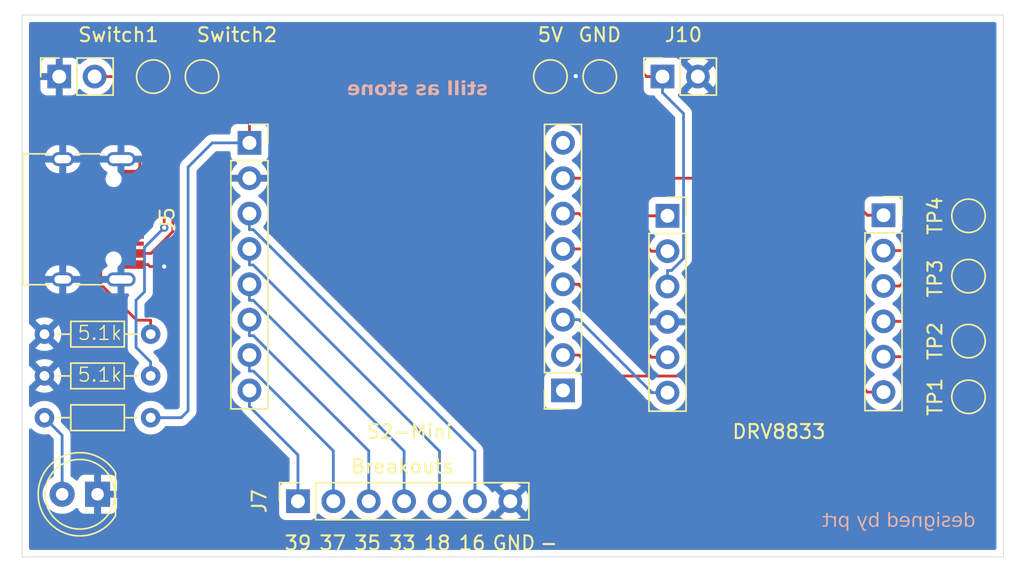
<source format=kicad_pcb>
(kicad_pcb (version 20241229) (generator "pcbnew") (generator_version "9.0")
  (layers (0 "F.Cu" signal) (2 "B.Cu" signal) (13 "F.Paste" user) (15 "B.Paste" user) (5 "F.SilkS" user "F.Silkscreen") (7 "B.SilkS" user "B.Silkscreen") (1 "F.Mask" user) (3 "B.Mask" user) (25 "Edge.Cuts" user))
  (net 0 "")
  (net 1 "Net-(J5-CC2)")
  (net 2 "Net-(J5-CC1)")
  (net 3 "Net-(D1-A)")
  (net 4 "Net-(J1-Pin_1)")
  (net 5 "Net-(J1-Pin_6)")
  (net 6 "Net-(J1-Pin_5)")
  (net 7 "Net-(J1-Pin_3)")
  (net 8 "Net-(J1-Pin_4)")
  (net 9 "Net-(J1-Pin_2)")
  (net 10 "Net-(J2-Pin_2)")
  (net 11 "Net-(J2-Pin_6)")
  (net 12 "Net-(J2-Pin_1)")
  (net 13 "Net-(J2-Pin_5)")
  (net 15 "Net-(J10-Pin_1)")
  (net 19 "Net-(J6-Pin_3)")
  (net 20 "Net-(J6-Pin_5)")
  (net 21 "Net-(J6-Pin_7)")
  (net 22 "Net-(J6-Pin_4)")
  (net 23 "Net-(J6-Pin_6)")
  (net 24 "Net-(J6-Pin_8)")
  (net 27 "/GND")
  (net 28 "/VBUS")
  (footprint "Connector_PinSocket_2.54mm:PinSocket_1x07_P2.54mm_Vertical" (layer "F.Cu") (at 80.38 70 90)
    (property "Reference" "J7" (at 0 -2.77 90) (layer "F.SilkS"))
    (property "Value" "Breakouts" (at 2.5 7.5 180) (layer "F.SilkS"))
    (fp_line (start 1.33 -1.33) (end 1.33 0) (stroke (width 0.12)) (layer "F.SilkS"))
    (fp_line (start 0 -1.33) (end 1.33 -1.33) (stroke (width 0.12)) (layer "F.SilkS"))
    (fp_line (start 1.33 1.27) (end 1.33 16.57) (stroke (width 0.12)) (layer "F.SilkS"))
    (fp_line (start -1.33 1.27) (end 1.33 1.27) (stroke (width 0.12)) (layer "F.SilkS"))
    (fp_line (start -1.33 1.27) (end -1.33 16.57) (stroke (width 0.12)) (layer "F.SilkS"))
    (fp_line (start -1.33 16.57) (end 1.33 16.57) (stroke (width 0.12)) (layer "F.SilkS"))
    (pad "1" thru_hole rect (at 0 0 90) (size 1.7 1.7) (drill 1) (layers "*.Cu" "*.Mask") (net 24 "Net-(J6-Pin_8)"))
    (pad "2" thru_hole circle (at 0 2.54 90) (size 1.7 1.7) (drill 1) (layers "*.Cu" "*.Mask") (net 21 "Net-(J6-Pin_7)"))
    (pad "3" thru_hole circle (at 0 5.08 90) (size 1.7 1.7) (drill 1) (layers "*.Cu" "*.Mask") (net 23 "Net-(J6-Pin_6)"))
    (pad "4" thru_hole circle (at 0 7.62 90) (size 1.7 1.7) (drill 1) (layers "*.Cu" "*.Mask") (net 20 "Net-(J6-Pin_5)"))
    (pad "5" thru_hole circle (at 0 10.16 90) (size 1.7 1.7) (drill 1) (layers "*.Cu" "*.Mask") (net 22 "Net-(J6-Pin_4)"))
    (pad "6" thru_hole circle (at 0 12.7 90) (size 1.7 1.7) (drill 1) (layers "*.Cu" "*.Mask") (net 19 "Net-(J6-Pin_3)"))
    (pad "7" thru_hole circle (at 0 15.24 90) (size 1.7 1.7) (drill 1) (layers "*.Cu" "*.Mask") (net 27 "/GND"))
  )
  (footprint "Resistor_THT:R_Axial_DIN0204_L3.6mm_D1.6mm_P7.62mm_Horizontal" (layer "F.Cu") (at 62.19 58)
    (property "Reference" "5.1k1" (hide yes))
    (property "Value" "R" (hide yes))
    (fp_line (start 0.94 0) (end 1.89 0) (stroke (width 0.12)) (layer "F.SilkS"))
    (fp_line (start 1.89 -0.92) (end 1.89 0.92) (stroke (width 0.12)) (layer "F.SilkS"))
    (fp_line (start 1.89 0.92) (end 5.73 0.92) (stroke (width 0.12)) (layer "F.SilkS"))
    (fp_line (start 5.73 -0.92) (end 1.89 -0.92) (stroke (width 0.12)) (layer "F.SilkS"))
    (fp_line (start 5.73 0.92) (end 5.73 -0.92) (stroke (width 0.12)) (layer "F.SilkS"))
    (fp_line (start 6.68 0) (end 5.73 0) (stroke (width 0.12)) (layer "F.SilkS"))
    (pad "1" thru_hole circle (at 0 0) (size 1.4 1.4) (drill 0.7) (layers "*.Cu" "*.Mask") (net 27 "/GND"))
    (pad "2" thru_hole oval (at 7.62 0) (size 1.4 1.4) (drill 0.7) (layers "*.Cu" "*.Mask") (net 1 "Net-(J5-CC2)"))
  )
  (footprint "TestPoint:TestPoint_Pad_D2.0mm" (layer "F.Cu") (at 70 39.5)
    (property "Reference" "TP7" (hide yes))
    (property "Value" "Switch1" (at -2.5 -3 0) (layer "F.SilkS"))
    (fp_circle (center 0 0) (end 0 1.2) (stroke (width 0.12)) (fill no) (layer "F.SilkS"))
    (pad "1" smd circle (at 0 0) (size 2 2) (layers "F.Cu" "F.Mask") (net 28 "/VBUS"))
  )
  (footprint "TestPoint:TestPoint_Pad_D2.0mm" (layer "F.Cu") (at 73.5 39.5)
    (property "Reference" "TP8" (hide yes))
    (property "Value" "Switch2" (at 2.5 -3 0) (layer "F.SilkS"))
    (fp_circle (center 0 0) (end 0 1.2) (stroke (width 0.12)) (fill no) (layer "F.SilkS"))
    (pad "1" smd circle (at 0 0) (size 2 2) (layers "F.Cu" "F.Mask") (net 15 "Net-(J10-Pin_1)"))
  )
  (footprint "TestPoint:TestPoint_Pad_D2.0mm" (layer "F.Cu") (at 128.5 53.8333)
    (property "Reference" "TP3" (at -2.39995 0.1667 90) (layer "F.SilkS"))
    (property "Value" "TP Motor3" (hide yes))
    (fp_circle (center 0 0) (end 0 1.2) (stroke (width 0.12)) (fill no) (layer "F.SilkS"))
    (pad "1" smd circle (at 0 0) (size 2 2) (layers "F.Cu" "F.Mask") (net 7 "Net-(J1-Pin_3)"))
  )
  (footprint "TestPoint:TestPoint_Pad_D2.0mm" (layer "F.Cu") (at 128.5 49.5)
    (property "Reference" "TP4" (at -2.39995 0 90) (layer "F.SilkS"))
    (property "Value" "TP Motor4" (hide yes))
    (fp_circle (center 0 0) (end 0 1.2) (stroke (width 0.12)) (fill no) (layer "F.SilkS"))
    (pad "1" smd circle (at 0 0) (size 2 2) (layers "F.Cu" "F.Mask") (net 9 "Net-(J1-Pin_2)"))
  )
  (footprint "Connector_PinSocket_2.54mm:PinSocket_1x08_P2.54mm_Vertical" (layer "F.Cu") (at 99.4 62.04 180)
    (property "Reference" "J8" (hide yes))
    (property "Value" "S2-Mini" (at 11 -2.96 0) (layer "F.SilkS"))
    (fp_line (start 1.33 1.27) (end 1.33 19.11) (stroke (width 0.12)) (layer "F.SilkS"))
    (fp_line (start 1.33 -1.33) (end 1.33 0) (stroke (width 0.12)) (layer "F.SilkS"))
    (fp_line (start 0 -1.33) (end 1.33 -1.33) (stroke (width 0.12)) (layer "F.SilkS"))
    (fp_line (start -1.33 19.11) (end 1.33 19.11) (stroke (width 0.12)) (layer "F.SilkS"))
    (fp_line (start -1.33 1.27) (end 1.33 1.27) (stroke (width 0.12)) (layer "F.SilkS"))
    (fp_line (start -1.33 1.27) (end -1.33 19.11) (stroke (width 0.12)) (layer "F.SilkS"))
    (pad "1" thru_hole rect (at 0 0 180) (size 1.7 1.7) (drill 1) (layers "*.Cu" "*.Mask"))
    (pad "2" thru_hole oval (at 0 2.54 180) (size 1.7 1.7) (drill 1) (layers "*.Cu" "*.Mask") (net 5 "Net-(J1-Pin_6)"))
    (pad "3" thru_hole oval (at 0 5.08 180) (size 1.7 1.7) (drill 1) (layers "*.Cu" "*.Mask") (net 11 "Net-(J2-Pin_6)"))
    (pad "4" thru_hole oval (at 0 7.62 180) (size 1.7 1.7) (drill 1) (layers "*.Cu" "*.Mask") (net 13 "Net-(J2-Pin_5)"))
    (pad "5" thru_hole oval (at 0 10.16 180) (size 1.7 1.7) (drill 1) (layers "*.Cu" "*.Mask") (net 10 "Net-(J2-Pin_2)"))
    (pad "6" thru_hole oval (at 0 12.7 180) (size 1.7 1.7) (drill 1) (layers "*.Cu" "*.Mask") (net 12 "Net-(J2-Pin_1)"))
    (pad "7" thru_hole oval (at 0 15.24 180) (size 1.7 1.7) (drill 1) (layers "*.Cu" "*.Mask") (net 4 "Net-(J1-Pin_1)"))
    (pad "8" thru_hole oval (at 0 17.78 180) (size 1.7 1.7) (drill 1) (layers "*.Cu" "*.Mask"))
  )
  (footprint "TestPoint:TestPoint_Pad_D2.0mm" (layer "F.Cu") (at 128.5 62.5)
    (property "Reference" "TP1" (at -2.39995 0 90) (layer "F.SilkS"))
    (property "Value" "TP Motor1" (hide yes))
    (fp_circle (center 0 0) (end 0 1.2) (stroke (width 0.12)) (fill no) (layer "F.SilkS"))
    (pad "1" smd circle (at 0 0) (size 2 2) (layers "F.Cu" "F.Mask") (net 6 "Net-(J1-Pin_5)"))
  )
  (footprint "Resistor_THT:R_Axial_DIN0204_L3.6mm_D1.6mm_P7.62mm_Horizontal" (layer "F.Cu") (at 62.19 61)
    (property "Reference" "5.1k2" (hide yes))
    (property "Value" "R" (hide yes))
    (fp_line (start 0.94 0) (end 1.89 0) (stroke (width 0.12)) (layer "F.SilkS"))
    (fp_line (start 1.89 -0.92) (end 1.89 0.92) (stroke (width 0.12)) (layer "F.SilkS"))
    (fp_line (start 1.89 0.92) (end 5.73 0.92) (stroke (width 0.12)) (layer "F.SilkS"))
    (fp_line (start 5.73 -0.92) (end 1.89 -0.92) (stroke (width 0.12)) (layer "F.SilkS"))
    (fp_line (start 5.73 0.92) (end 5.73 -0.92) (stroke (width 0.12)) (layer "F.SilkS"))
    (fp_line (start 6.68 0) (end 5.73 0) (stroke (width 0.12)) (layer "F.SilkS"))
    (pad "1" thru_hole circle (at 0 0) (size 1.4 1.4) (drill 0.7) (layers "*.Cu" "*.Mask") (net 27 "/GND"))
    (pad "2" thru_hole oval (at 7.62 0) (size 1.4 1.4) (drill 0.7) (layers "*.Cu" "*.Mask") (net 2 "Net-(J5-CC1)"))
  )
  (footprint "Connector_PinSocket_2.54mm:PinSocket_1x02_P2.54mm_Vertical" (layer "F.Cu") (at 63.25 39.5 90)
    (property "Reference" "J9" (hide yes))
    (property "Value" "Conn_01x02_Socket EXT_5V & GND" (hide yes))
    (fp_line (start 1.33 -1.33) (end 1.33 0) (stroke (width 0.12)) (layer "F.SilkS"))
    (fp_line (start 0 -1.33) (end 1.33 -1.33) (stroke (width 0.12)) (layer "F.SilkS"))
    (fp_line (start 1.33 1.27) (end 1.33 3.87) (stroke (width 0.12)) (layer "F.SilkS"))
    (fp_line (start -1.33 1.27) (end 1.33 1.27) (stroke (width 0.12)) (layer "F.SilkS"))
    (fp_line (start -1.33 1.27) (end -1.33 3.87) (stroke (width 0.12)) (layer "F.SilkS"))
    (fp_line (start -1.33 3.87) (end 1.33 3.87) (stroke (width 0.12)) (layer "F.SilkS"))
    (pad "1" thru_hole rect (at 0 0 90) (size 1.7 1.7) (drill 1) (layers "*.Cu" "*.Mask") (net 27 "/GND"))
    (pad "2" thru_hole oval (at 0 2.54 90) (size 1.7 1.7) (drill 1) (layers "*.Cu" "*.Mask") (net 28 "/VBUS"))
  )
  (footprint "Connector_PinSocket_2.54mm:PinSocket_1x06_P2.54mm_Vertical" (layer "F.Cu") (at 106.9 49.5)
    (property "Reference" "J2" (hide yes))
    (property "Value" "DRV8833" (at 8 15.5 0) (layer "F.SilkS"))
    (fp_line (start -1.33 1.27) (end -1.33 14.03) (stroke (width 0.12)) (layer "F.SilkS"))
    (fp_line (start -1.33 1.27) (end 1.33 1.27) (stroke (width 0.12)) (layer "F.SilkS"))
    (fp_line (start -1.33 14.03) (end 1.33 14.03) (stroke (width 0.12)) (layer "F.SilkS"))
    (fp_line (start 0 -1.33) (end 1.33 -1.33) (stroke (width 0.12)) (layer "F.SilkS"))
    (fp_line (start 1.33 -1.33) (end 1.33 0) (stroke (width 0.12)) (layer "F.SilkS"))
    (fp_line (start 1.33 1.27) (end 1.33 14.03) (stroke (width 0.12)) (layer "F.SilkS"))
    (pad "1" thru_hole rect (at 0 0) (size 1.7 1.7) (drill 1) (layers "*.Cu" "*.Mask") (net 12 "Net-(J2-Pin_1)"))
    (pad "2" thru_hole oval (at 0 2.54) (size 1.7 1.7) (drill 1) (layers "*.Cu" "*.Mask") (net 10 "Net-(J2-Pin_2)"))
    (pad "3" thru_hole oval (at 0 5.08) (size 1.7 1.7) (drill 1) (layers "*.Cu" "*.Mask") (net 15 "Net-(J10-Pin_1)"))
    (pad "4" thru_hole oval (at 0 7.62) (size 1.7 1.7) (drill 1) (layers "*.Cu" "*.Mask") (net 27 "/GND"))
    (pad "5" thru_hole oval (at 0 10.16) (size 1.7 1.7) (drill 1) (layers "*.Cu" "*.Mask") (net 13 "Net-(J2-Pin_5)"))
    (pad "6" thru_hole oval (at 0 12.7) (size 1.7 1.7) (drill 1) (layers "*.Cu" "*.Mask") (net 11 "Net-(J2-Pin_6)"))
  )
  (footprint "Connector_PinSocket_2.54mm:PinSocket_1x02_P2.54mm_Vertical" (layer "F.Cu") (at 106.54 39.5 90)
    (property "Reference" "J10" (at 3 1.5 180) (layer "F.SilkS"))
    (property "Value" "Conn_01x02_Socket 5V & GND CAMLINE" (hide yes))
    (fp_line (start 1.33 -1.33) (end 1.33 0) (stroke (width 0.12)) (layer "F.SilkS"))
    (fp_line (start 0 -1.33) (end 1.33 -1.33) (stroke (width 0.12)) (layer "F.SilkS"))
    (fp_line (start 1.33 1.27) (end 1.33 3.87) (stroke (width 0.12)) (layer "F.SilkS"))
    (fp_line (start -1.33 1.27) (end 1.33 1.27) (stroke (width 0.12)) (layer "F.SilkS"))
    (fp_line (start -1.33 1.27) (end -1.33 3.87) (stroke (width 0.12)) (layer "F.SilkS"))
    (fp_line (start -1.33 3.87) (end 1.33 3.87) (stroke (width 0.12)) (layer "F.SilkS"))
    (pad "1" thru_hole rect (at 0 0 90) (size 1.7 1.7) (drill 1) (layers "*.Cu" "*.Mask") (net 15 "Net-(J10-Pin_1)"))
    (pad "2" thru_hole circle (at 0 2.54 90) (size 1.7 1.7) (drill 1) (layers "*.Cu" "*.Mask") (net 27 "/GND"))
  )
  (footprint "TestPoint:TestPoint_Pad_D2.0mm" (layer "F.Cu") (at 128.5 58.5)
    (property "Reference" "TP2" (at -2.39995 0 90) (layer "F.SilkS"))
    (property "Value" "TP Motor2" (hide yes))
    (fp_circle (center 0 0) (end 0 1.2) (stroke (width 0.12)) (fill no) (layer "F.SilkS"))
    (pad "1" smd circle (at 0 0) (size 2 2) (layers "F.Cu" "F.Mask") (net 8 "Net-(J1-Pin_4)"))
  )
  (footprint "TestPoint:TestPoint_Pad_D2.0mm" (layer "F.Cu") (at 102.04 39.5)
    (property "Reference" "TP5" (hide yes))
    (property "Value" "TP Ground" (hide yes))
    (fp_circle (center 0 0) (end 0 1.2) (stroke (width 0.12)) (fill no) (layer "F.SilkS"))
    (fp_text user "GND" (at 0 -3 0) (layer "F.SilkS"))
    (pad "1" smd circle (at 0 0) (size 2 2) (layers "F.Cu" "F.Mask") (net 27 "/GND"))
  )
  (footprint "Connector_PinSocket_2.54mm:PinSocket_1x08_P2.54mm_Vertical" (layer "F.Cu") (at 76.9 44.26)
    (property "Reference" "J6" (hide yes))
    (property "Value" "S2-Mini" (hide yes))
    (fp_line (start -1.33 1.27) (end -1.33 19.11) (stroke (width 0.12)) (layer "F.SilkS"))
    (fp_line (start -1.33 1.27) (end 1.33 1.27) (stroke (width 0.12)) (layer "F.SilkS"))
    (fp_line (start -1.33 19.11) (end 1.33 19.11) (stroke (width 0.12)) (layer "F.SilkS"))
    (fp_line (start 0 -1.33) (end 1.33 -1.33) (stroke (width 0.12)) (layer "F.SilkS"))
    (fp_line (start 1.33 -1.33) (end 1.33 0) (stroke (width 0.12)) (layer "F.SilkS"))
    (fp_line (start 1.33 1.27) (end 1.33 19.11) (stroke (width 0.12)) (layer "F.SilkS"))
    (pad "1" thru_hole rect (at 0 0) (size 1.7 1.7) (drill 1) (layers "*.Cu" "*.Mask") (net 15 "Net-(J10-Pin_1)"))
    (pad "2" thru_hole oval (at 0 2.54) (size 1.7 1.7) (drill 1) (layers "*.Cu" "*.Mask") (net 27 "/GND"))
    (pad "3" thru_hole oval (at 0 5.08) (size 1.7 1.7) (drill 1) (layers "*.Cu" "*.Mask") (net 19 "Net-(J6-Pin_3)"))
    (pad "4" thru_hole oval (at 0 7.62) (size 1.7 1.7) (drill 1) (layers "*.Cu" "*.Mask") (net 22 "Net-(J6-Pin_4)"))
    (pad "5" thru_hole oval (at 0 10.16) (size 1.7 1.7) (drill 1) (layers "*.Cu" "*.Mask") (net 20 "Net-(J6-Pin_5)"))
    (pad "6" thru_hole oval (at 0 12.7) (size 1.7 1.7) (drill 1) (layers "*.Cu" "*.Mask") (net 23 "Net-(J6-Pin_6)"))
    (pad "7" thru_hole oval (at 0 15.24) (size 1.7 1.7) (drill 1) (layers "*.Cu" "*.Mask") (net 21 "Net-(J6-Pin_7)"))
    (pad "8" thru_hole oval (at 0 17.78) (size 1.7 1.7) (drill 1) (layers "*.Cu" "*.Mask") (net 24 "Net-(J6-Pin_8)"))
  )
  (footprint "Connector_USB:USB_C_Receptacle_HRO_TYPE-C-31-M-12" (layer "F.Cu") (at 64.55 49.75 -90)
    (property "Reference" "J5" (at 0 -6.45 90) (layer "F.SilkS"))
    (property "Value" "USB_C_Receptacle_USB2.0_14P" (hide yes))
    (fp_line (start -4.7 3.9) (end 4.7 3.9) (stroke (width 0.12)) (layer "F.SilkS"))
    (fp_line (start -4.7 2) (end -4.7 3.9) (stroke (width 0.12)) (layer "F.SilkS"))
    (fp_line (start 4.7 2) (end 4.7 3.9) (stroke (width 0.12)) (layer "F.SilkS"))
    (fp_line (start -4.7 -1.9) (end -4.7 0.1) (stroke (width 0.12)) (layer "F.SilkS"))
    (fp_line (start 4.7 -1.9) (end 4.7 0.1) (stroke (width 0.12)) (layer "F.SilkS"))
    (pad "" np_thru_hole circle (at -2.89 -2.6 270) (size 0.65 0.65) (drill 0.65) (layers "*.Cu" "*.Mask"))
    (pad "" np_thru_hole circle (at 2.89 -2.6 270) (size 0.65 0.65) (drill 0.65) (layers "*.Cu" "*.Mask"))
    (pad "A1" smd rect (at -3.25 -4.045 270) (size 0.6 1.45) (layers "F.Cu" "F.Mask" "F.Paste") (net 27 "/GND"))
    (pad "A4" smd rect (at -2.45 -4.045 270) (size 0.6 1.45) (layers "F.Cu" "F.Mask" "F.Paste") (net 28 "/VBUS"))
    (pad "A5" smd rect (at -1.25 -4.045 270) (size 0.3 1.45) (layers "F.Cu" "F.Mask" "F.Paste") (net 2 "Net-(J5-CC1)"))
    (pad "A6" smd rect (at -0.25 -4.045 270) (size 0.3 1.45) (layers "F.Cu" "F.Mask" "F.Paste"))
    (pad "A7" smd rect (at 0.25 -4.045 270) (size 0.3 1.45) (layers "F.Cu" "F.Mask" "F.Paste"))
    (pad "A8" smd rect (at 1.25 -4.045 270) (size 0.3 1.45) (layers "F.Cu" "F.Mask" "F.Paste"))
    (pad "A9" smd rect (at 2.45 -4.045 270) (size 0.6 1.45) (layers "F.Cu" "F.Mask" "F.Paste") (net 28 "/VBUS"))
    (pad "A12" smd rect (at 3.25 -4.045 270) (size 0.6 1.45) (layers "F.Cu" "F.Mask" "F.Paste") (net 27 "/GND"))
    (pad "B1" smd rect (at 3.25 -4.045 270) (size 0.6 1.45) (layers "F.Cu" "F.Mask" "F.Paste") (net 27 "/GND"))
    (pad "B4" smd rect (at 2.45 -4.045 270) (size 0.6 1.45) (layers "F.Cu" "F.Mask" "F.Paste") (net 28 "/VBUS"))
    (pad "B5" smd rect (at 1.75 -4.045 270) (size 0.3 1.45) (layers "F.Cu" "F.Mask" "F.Paste") (net 1 "Net-(J5-CC2)"))
    (pad "B6" smd rect (at 0.75 -4.045 270) (size 0.3 1.45) (layers "F.Cu" "F.Mask" "F.Paste"))
    (pad "B7" smd rect (at -0.75 -4.045 270) (size 0.3 1.45) (layers "F.Cu" "F.Mask" "F.Paste"))
    (pad "B8" smd rect (at -1.75 -4.045 270) (size 0.3 1.45) (layers "F.Cu" "F.Mask" "F.Paste"))
    (pad "B9" smd rect (at -2.45 -4.045 270) (size 0.6 1.45) (layers "F.Cu" "F.Mask" "F.Paste") (net 28 "/VBUS"))
    (pad "B12" smd rect (at -3.25 -4.045 270) (size 0.6 1.45) (layers "F.Cu" "F.Mask" "F.Paste") (net 27 "/GND"))
    (pad "S1" thru_hole oval (at -4.32 -3.13 270) (size 1 2.1) (drill oval 0.6 1.7) (property pad_prop_heatsink) (layers "*.Cu" "*.Mask") (net 27 "/GND"))
    (pad "S1" thru_hole oval (at -4.32 1.05 270) (size 1 1.6) (drill oval 0.6 1.2) (property pad_prop_heatsink) (layers "*.Cu" "*.Mask") (net 27 "/GND"))
    (pad "S1" thru_hole oval (at 4.32 -3.13 270) (size 1 2.1) (drill oval 0.6 1.7) (property pad_prop_heatsink) (layers "*.Cu" "*.Mask") (net 27 "/GND"))
    (pad "S1" thru_hole oval (at 4.32 1.05 270) (size 1 1.6) (drill oval 0.6 1.2) (property pad_prop_heatsink) (layers "*.Cu" "*.Mask") (net 27 "/GND"))
  )
  (footprint "TestPoint:TestPoint_Pad_D2.0mm" (layer "F.Cu") (at 98.5 39.5)
    (property "Reference" "TP6" (hide yes))
    (property "Value" "TP VBUS" (hide yes))
    (fp_circle (center 0 0) (end 0 1.2) (stroke (width 0.12)) (fill no) (layer "F.SilkS"))
    (fp_text user "5V" (at 0 -3 0) (layer "F.SilkS"))
    (pad "1" smd circle (at 0 0) (size 2 2) (layers "F.Cu" "F.Mask") (net 15 "Net-(J10-Pin_1)"))
  )
  (footprint "Connector_PinSocket_2.54mm:PinSocket_1x06_P2.54mm_Vertical" (layer "F.Cu") (at 122.4 49.46)
    (property "Reference" "J1" (hide yes))
    (property "Value" "~")
    (fp_line (start -1.33 1.27) (end -1.33 14.03) (stroke (width 0.12)) (layer "F.SilkS"))
    (fp_line (start -1.33 1.27) (end 1.33 1.27) (stroke (width 0.12)) (layer "F.SilkS"))
    (fp_line (start -1.33 14.03) (end 1.33 14.03) (stroke (width 0.12)) (layer "F.SilkS"))
    (fp_line (start 0 -1.33) (end 1.33 -1.33) (stroke (width 0.12)) (layer "F.SilkS"))
    (fp_line (start 1.33 -1.33) (end 1.33 0) (stroke (width 0.12)) (layer "F.SilkS"))
    (fp_line (start 1.33 1.27) (end 1.33 14.03) (stroke (width 0.12)) (layer "F.SilkS"))
    (pad "1" thru_hole rect (at 0 0) (size 1.7 1.7) (drill 1) (layers "*.Cu" "*.Mask") (net 4 "Net-(J1-Pin_1)"))
    (pad "2" thru_hole oval (at 0 2.54) (size 1.7 1.7) (drill 1) (layers "*.Cu" "*.Mask") (net 9 "Net-(J1-Pin_2)"))
    (pad "3" thru_hole oval (at 0 5.08) (size 1.7 1.7) (drill 1) (layers "*.Cu" "*.Mask") (net 7 "Net-(J1-Pin_3)"))
    (pad "4" thru_hole oval (at 0 7.62) (size 1.7 1.7) (drill 1) (layers "*.Cu" "*.Mask") (net 8 "Net-(J1-Pin_4)"))
    (pad "5" thru_hole oval (at 0 10.16) (size 1.7 1.7) (drill 1) (layers "*.Cu" "*.Mask") (net 6 "Net-(J1-Pin_5)"))
    (pad "6" thru_hole oval (at 0 12.7) (size 1.7 1.7) (drill 1) (layers "*.Cu" "*.Mask") (net 5 "Net-(J1-Pin_6)"))
  )
  (footprint "Resistor_THT:R_Axial_DIN0204_L3.6mm_D1.6mm_P7.62mm_Horizontal" (layer "F.Cu") (at 62.19 64)
    (property "Reference" "R2" (hide yes))
    (property "Value" "R" (hide yes))
    (fp_line (start 0.94 0) (end 1.89 0) (stroke (width 0.12)) (layer "F.SilkS"))
    (fp_line (start 1.89 -0.92) (end 1.89 0.92) (stroke (width 0.12)) (layer "F.SilkS"))
    (fp_line (start 1.89 0.92) (end 5.73 0.92) (stroke (width 0.12)) (layer "F.SilkS"))
    (fp_line (start 5.73 -0.92) (end 1.89 -0.92) (stroke (width 0.12)) (layer "F.SilkS"))
    (fp_line (start 5.73 0.92) (end 5.73 -0.92) (stroke (width 0.12)) (layer "F.SilkS"))
    (fp_line (start 6.68 0) (end 5.73 0) (stroke (width 0.12)) (layer "F.SilkS"))
    (pad "1" thru_hole circle (at 0 0) (size 1.4 1.4) (drill 0.7) (layers "*.Cu" "*.Mask") (net 3 "Net-(D1-A)"))
    (pad "2" thru_hole oval (at 7.62 0) (size 1.4 1.4) (drill 0.7) (layers "*.Cu" "*.Mask") (net 15 "Net-(J10-Pin_1)"))
  )
  (footprint "LED_THT:LED_D5.0mm" (layer "F.Cu") (at 66 69.5 180)
    (property "Reference" "D1" (hide yes))
    (property "Value" "LED" (hide yes))
    (fp_line (start -1.29 -1.545) (end -1.29 1.545) (stroke (width 0.12)) (layer "F.SilkS"))
    (fp_arc (start 4.26 0.000048) (mid 2.071756 2.880501) (end -1.29 1.54483) (stroke (width 0.12)) (layer "F.SilkS"))
    (fp_arc (start -1.29 -1.54483) (mid 2.071756 -2.880501) (end 4.26 -0.000048) (stroke (width 0.12)) (layer "F.SilkS"))
    (fp_circle (center 1.27 0) (end 3.77 0) (stroke (width 0.12)) (fill no) (layer "F.SilkS"))
    (pad "1" thru_hole rect (at 0 0 180) (size 1.8 1.8) (drill 0.9) (layers "*.Cu" "*.Mask") (net 27 "/GND"))
    (pad "2" thru_hole circle (at 2.54 0 180) (size 1.8 1.8) (drill 0.9) (layers "*.Cu" "*.Mask") (net 3 "Net-(D1-A)"))
  )
  (gr_rect (start 60.58 35.08) (end 131 74) (stroke (width 0.05)) (fill no) (layer "Edge.Cuts"))
  (gr_text "39" (at 80.38 73 0) (layer "F.SilkS") (effects (font (size 1 1))))
  (gr_text "-" (at 98.38 73 0) (layer "F.SilkS") (effects (font (size 1 1))))
  (gr_text "5.1k" (at 64.5 61.5 0) (layer "F.SilkS") (effects (font (size 1 1) (thickness 0.1)) (justify left bottom)))
  (gr_text "35" (at 85.38 73 0) (layer "F.SilkS") (effects (font (size 1 1))))
  (gr_text "GND" (at 95.88 73 0) (layer "F.SilkS") (effects (font (size 1 1))))
  (gr_text "18" (at 90.38 73 0) (layer "F.SilkS") (effects (font (size 1 1))))
  (gr_text "16" (at 92.88 73 0) (layer "F.SilkS") (effects (font (size 1 1))))
  (gr_text "37" (at 82.88 73 0) (layer "F.SilkS") (effects (font (size 1 1))))
  (gr_text "5.1k" (at 64.5 58.5 0) (layer "F.SilkS") (effects (font (size 1 1) (thickness 0.1)) (justify left bottom)))
  (gr_text "33" (at 87.88 73 0) (layer "F.SilkS") (effects (font (size 1 1))))
  (gr_text "still as stone" (at 94 41 0) (layer "B.SilkS") (effects (font (size 1 1) (thickness 0.2) (bold yes)) (justify left bottom mirror)))
  (gr_text "designed by prt" (at 129 72 0) (layer "B.SilkS") (effects (font (size 1 1) (thickness 0.1)) (justify left bottom mirror)))
  (segment (start 66.2267 52.2761) (end 67.0028 51.5) (width 0.2) (layer "F.Cu") (net 1))
  (segment (start 69.81 58) (end 69.81 56.9983) (width 0.2) (layer "F.Cu") (net 1))
  (segment (start 69.81 56.9983) (end 68.8083 56.9983) (width 0.2) (layer "F.Cu") (net 1))
  (segment (start 66.2267 54.4167) (end 66.2267 52.2761) (width 0.2) (layer "F.Cu") (net 1))
  (segment (start 67.0028 51.5) (end 68.595 51.5) (width 0.2) (layer "F.Cu") (net 1))
  (segment (start 68.8083 56.9983) (end 66.2267 54.4167) (width 0.2) (layer "F.Cu") (net 1))
  (segment (start 70.785 50.3484) (end 70.785 49.6633) (width 0.2) (layer "F.Cu") (net 2))
  (segment (start 68.595 48.5) (end 69.6217 48.5) (width 0.2) (layer "F.Cu") (net 2))
  (segment (start 70.785 49.6633) (end 69.6217 48.5) (width 0.2) (layer "F.Cu") (net 2))
  (via (at 70.785 50.3484) (size 0.6) (drill 0.3) (layers "F.Cu" "B.Cu") (net 2))
  (segment (start 68.7622 55.5646) (end 69.3686 54.9582) (width 0.2) (layer "B.Cu") (net 2))
  (segment (start 69.3686 54.9582) (end 69.3686 51.7648) (width 0.2) (layer "B.Cu") (net 2))
  (segment (start 68.7622 58.9505) (end 68.7622 55.5646) (width 0.2) (layer "B.Cu") (net 2))
  (segment (start 69.81 59.9983) (end 68.7622 58.9505) (width 0.2) (layer "B.Cu") (net 2))
  (segment (start 69.81 61) (end 69.81 59.9983) (width 0.2) (layer "B.Cu") (net 2))
  (segment (start 69.3686 51.7648) (end 70.785 50.3484) (width 0.2) (layer "B.Cu") (net 2))
  (segment (start 63.46 69.5) (end 63.46 65.27) (width 0.2) (layer "B.Cu") (net 3))
  (segment (start 63.46 65.27) (end 62.19 64) (width 0.2) (layer "B.Cu") (net 3))
  (segment (start 118.5883 46.8) (end 99.4 46.8) (width 0.2) (layer "F.Cu") (net 4))
  (segment (start 121.2483 49.46) (end 118.5883 46.8) (width 0.2) (layer "F.Cu") (net 4))
  (segment (start 122.4 49.46) (end 121.2483 49.46) (width 0.2) (layer "F.Cu") (net 4))
  (segment (start 122.4 62.16) (end 121.2483 62.16) (width 0.2) (layer "F.Cu") (net 5))
  (segment (start 102.06 61.0083) (end 100.5517 59.5) (width 0.2) (layer "F.Cu") (net 5))
  (segment (start 121.2483 62.16) (end 120.0966 61.0083) (width 0.2) (layer "F.Cu") (net 5))
  (segment (start 99.4 59.5) (end 100.5517 59.5) (width 0.2) (layer "F.Cu") (net 5))
  (segment (start 120.0966 61.0083) (end 102.06 61.0083) (width 0.2) (layer "F.Cu") (net 5))
  (segment (start 122.4 59.62) (end 125.62 59.62) (width 0.2) (layer "F.Cu") (net 6))
  (segment (start 125.62 59.62) (end 128.5 62.5) (width 0.2) (layer "F.Cu") (net 6))
  (segment (start 124.2584 53.8333) (end 123.5517 54.54) (width 0.2) (layer "F.Cu") (net 7))
  (segment (start 122.4 54.54) (end 123.5517 54.54) (width 0.2) (layer "F.Cu") (net 7))
  (segment (start 128.5 53.8333) (end 124.2584 53.8333) (width 0.2) (layer "F.Cu") (net 7))
  (segment (start 122.4 57.08) (end 127.08 57.08) (width 0.2) (layer "F.Cu") (net 8))
  (segment (start 127.08 57.08) (end 128.5 58.5) (width 0.2) (layer "F.Cu") (net 8))
  (segment (start 122.4 52) (end 126 52) (width 0.2) (layer "F.Cu") (net 9))
  (segment (start 126 52) (end 128.5 49.5) (width 0.2) (layer "F.Cu") (net 9))
  (segment (start 99.4 51.88) (end 105.5883 51.88) (width 0.2) (layer "F.Cu") (net 10))
  (segment (start 105.5883 51.88) (end 105.7483 52.04) (width 0.2) (layer "F.Cu") (net 10))
  (segment (start 106.9 52.04) (end 105.7483 52.04) (width 0.2) (layer "F.Cu") (net 10))
  (segment (start 100.5517 56.96) (end 105.7483 62.1566) (width 0.2) (layer "B.Cu") (net 11))
  (segment (start 106.9 62.2) (end 105.7483 62.2) (width 0.2) (layer "B.Cu") (net 11))
  (segment (start 99.4 56.96) (end 100.5517 56.96) (width 0.2) (layer "B.Cu") (net 11))
  (segment (start 105.7483 62.1566) (end 105.7483 62.2) (width 0.2) (layer "B.Cu") (net 11))
  (segment (start 100.7117 49.5) (end 100.5517 49.34) (width 0.2) (layer "F.Cu") (net 12))
  (segment (start 99.4 49.34) (end 100.5517 49.34) (width 0.2) (layer "F.Cu") (net 12))
  (segment (start 106.9 49.5) (end 100.7117 49.5) (width 0.2) (layer "F.Cu") (net 12))
  (segment (start 105.7483 59.66) (end 100.5517 54.4634) (width 0.2) (layer "F.Cu") (net 13))
  (segment (start 106.9 59.66) (end 105.7483 59.66) (width 0.2) (layer "F.Cu") (net 13))
  (segment (start 100.5517 54.4634) (end 100.5517 54.42) (width 0.2) (layer "F.Cu") (net 13))
  (segment (start 99.4 54.42) (end 100.5517 54.42) (width 0.2) (layer "F.Cu") (net 13))
  (segment (start 99.8268 38.1732) (end 104.0615 38.1732) (width 0.2) (layer "F.Cu") (net 15))
  (segment (start 98.5 39.5) (end 99.8268 38.1732) (width 0.2) (layer "F.Cu") (net 15))
  (segment (start 73.5 39.5) (end 98.5 39.5) (width 0.2) (layer "F.Cu") (net 15))
  (segment (start 106.54 39.5) (end 105.3883 39.5) (width 0.2) (layer "F.Cu") (net 15))
  (segment (start 104.0615 38.1732) (end 105.3883 39.5) (width 0.2) (layer "F.Cu") (net 15))
  (segment (start 73.5 39.5) (end 76.9 42.9) (width 0.2) (layer "F.Cu") (net 15))
  (segment (start 76.9 42.9) (end 76.9 44.26) (width 0.2) (layer "F.Cu") (net 15))
  (segment (start 106.9 54.58) (end 106.9 53.4283) (width 0.2) (layer "B.Cu") (net 15))
  (segment (start 72.5 46) (end 72.5 63.5) (width 0.2) (layer "B.Cu") (net 15))
  (segment (start 106.9 53.4283) (end 107.188 53.4283) (width 0.2) (layer "B.Cu") (net 15))
  (segment (start 74.24 44.26) (end 72.5 46) (width 0.2) (layer "B.Cu") (net 15))
  (segment (start 72 64) (end 69.81 64) (width 0.2) (layer "B.Cu") (net 15))
  (segment (start 108.0517 52.5646) (end 108.0517 42.1634) (width 0.2) (layer "B.Cu") (net 15))
  (segment (start 106.54 39.5) (end 106.54 40.6517) (width 0.2) (layer "B.Cu") (net 15))
  (segment (start 108.0517 42.1634) (end 106.54 40.6517) (width 0.2) (layer "B.Cu") (net 15))
  (segment (start 107.188 53.4283) (end 108.0517 52.5646) (width 0.2) (layer "B.Cu") (net 15))
  (segment (start 76.9 44.26) (end 74.24 44.26) (width 0.2) (layer "B.Cu") (net 15))
  (segment (start 72.5 63.5) (end 72 64) (width 0.2) (layer "B.Cu") (net 15))
  (segment (start 77.1685 50.4917) (end 76.9 50.4917) (width 0.2) (layer "B.Cu") (net 19))
  (segment (start 76.9 49.34) (end 76.9 50.4917) (width 0.2) (layer "B.Cu") (net 19))
  (segment (start 93.08 70) (end 93.08 66.4032) (width 0.2) (layer "B.Cu") (net 19))
  (segment (start 93.08 66.4032) (end 77.1685 50.4917) (width 0.2) (layer "B.Cu") (net 19))
  (segment (start 76.9 55.5717) (end 77.1685 55.5717) (width 0.2) (layer "B.Cu") (net 20))
  (segment (start 76.9 54.42) (end 76.9 55.5717) (width 0.2) (layer "B.Cu") (net 20))
  (segment (start 77.1685 55.5717) (end 88 66.4032) (width 0.2) (layer "B.Cu") (net 20))
  (segment (start 88 66.4032) (end 88 70) (width 0.2) (layer "B.Cu") (net 20))
  (segment (start 77.1879 60.6517) (end 82.92 66.3838) (width 0.2) (layer "B.Cu") (net 21))
  (segment (start 76.9 60.6517) (end 77.1879 60.6517) (width 0.2) (layer "B.Cu") (net 21))
  (segment (start 82.92 66.3838) (end 82.92 70) (width 0.2) (layer "B.Cu") (net 21))
  (segment (start 76.9 59.5) (end 76.9 60.6517) (width 0.2) (layer "B.Cu") (net 21))
  (segment (start 77.1685 53.0317) (end 76.9 53.0317) (width 0.2) (layer "B.Cu") (net 22))
  (segment (start 76.9 51.88) (end 76.9 53.0317) (width 0.2) (layer "B.Cu") (net 22))
  (segment (start 90.54 70) (end 90.54 66.4032) (width 0.2) (layer "B.Cu") (net 22))
  (segment (start 90.54 66.4032) (end 77.1685 53.0317) (width 0.2) (layer "B.Cu") (net 22))
  (segment (start 85.46 66.3838) (end 85.46 70) (width 0.2) (layer "B.Cu") (net 23))
  (segment (start 77.1879 58.1117) (end 85.46 66.3838) (width 0.2) (layer "B.Cu") (net 23))
  (segment (start 76.9 58.1117) (end 77.1879 58.1117) (width 0.2) (layer "B.Cu") (net 23))
  (segment (start 76.9 56.96) (end 76.9 58.1117) (width 0.2) (layer "B.Cu") (net 23))
  (segment (start 76.9 63.1917) (end 80.38 66.6717) (width 0.2) (layer "B.Cu") (net 24))
  (segment (start 80.38 66.6717) (end 80.38 70) (width 0.2) (layer "B.Cu") (net 24))
  (segment (start 76.9 62.04) (end 76.9 63.1917) (width 0.2) (layer "B.Cu") (net 24))
  (segment (start 102.0068 39.4668) (end 102.04 39.5) (width 0.2) (layer "F.Cu") (net 27))
  (segment (start 100.316 39.4668) (end 102.0068 39.4668) (width 0.2) (layer "F.Cu") (net 27))
  (segment (start 69.0317 46.0633) (end 68.595 46.5) (width 0.2) (layer "F.Cu") (net 27))
  (segment (start 67.68 45.43) (end 69.0317 45.43) (width 0.2) (layer "F.Cu") (net 27))
  (segment (start 70.785 53.1427) (end 69.7644 53.1427) (width 0.2) (layer "F.Cu") (net 27))
  (segment (start 68.595 53) (end 69.6217 53) (width 0.2) (layer "F.Cu") (net 27))
  (segment (start 69.7644 53.1427) (end 69.6217 53) (width 0.2) (layer "F.Cu") (net 27))
  (segment (start 69.0317 45.43) (end 69.0317 46.0633) (width 0.2) (layer "F.Cu") (net 27))
  (via (at 70.785 53.1427) (size 0.6) (drill 0.3) (layers "F.Cu" "B.Cu") (net 27))
  (via (at 100.316 39.4668) (size 0.6) (drill 0.3) (layers "F.Cu" "B.Cu") (net 27))
  (segment (start 71.403 50.6362) (end 69.8392 52.2) (width 0.2) (layer "F.Cu") (net 28))
  (segment (start 69.8392 52.2) (end 68.595 52.2) (width 0.2) (layer "F.Cu") (net 28))
  (segment (start 69.3209 47.3) (end 70 46.6209) (width 0.2) (layer "F.Cu") (net 28))
  (segment (start 69.3209 47.3) (end 69.6217 47.3) (width 0.2) (layer "F.Cu") (net 28))
  (segment (start 71.403 49.0813) (end 71.403 50.6362) (width 0.2) (layer "F.Cu") (net 28))
  (segment (start 67.895 39.5) (end 65.79 39.5) (width 0.2) (layer "F.Cu") (net 28))
  (segment (start 70 46.6209) (end 70 39.5) (width 0.2) (layer "F.Cu") (net 28))
  (segment (start 68.595 47.3) (end 69.3209 47.3) (width 0.2) (layer "F.Cu") (net 28))
  (segment (start 69.6217 47.3) (end 71.403 49.0813) (width 0.2) (layer "F.Cu") (net 28))
  (segment (start 70 39.5) (end 67.895 39.5) (width 0.2) (layer "F.Cu") (net 28))
  (zone (net 27) (net_name "/GND") (layer "B.Cu") (connect_pads (clearance 0.5)) (min_thickness 0.25) (fill yes (thermal_gap 0.5) (thermal_bridge_width 0.5))
    (polygon (pts (xy 59 34) (xy 59 75) (xy 132.5 75) (xy 132.5 34)))
  )
)
</source>
